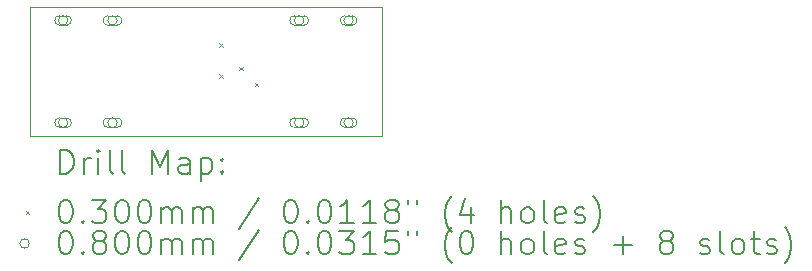
<source format=gbr>
%TF.GenerationSoftware,KiCad,Pcbnew,8.0.4*%
%TF.CreationDate,2024-12-01T16:30:58-06:00*%
%TF.ProjectId,SuzyQ,53757a79-512e-46b6-9963-61645f706362,1.0*%
%TF.SameCoordinates,Original*%
%TF.FileFunction,Drillmap*%
%TF.FilePolarity,Positive*%
%FSLAX45Y45*%
G04 Gerber Fmt 4.5, Leading zero omitted, Abs format (unit mm)*
G04 Created by KiCad (PCBNEW 8.0.4) date 2024-12-01 16:30:58*
%MOMM*%
%LPD*%
G01*
G04 APERTURE LIST*
%ADD10C,0.050000*%
%ADD11C,0.200000*%
%ADD12C,0.100000*%
G04 APERTURE END LIST*
D10*
X10900000Y-9300000D02*
X13879000Y-9300000D01*
X13879000Y-8200000D01*
X10900000Y-8200000D01*
X10900000Y-9300000D01*
D11*
D12*
X12505000Y-8510000D02*
X12535000Y-8540000D01*
X12535000Y-8510000D02*
X12505000Y-8540000D01*
X12505000Y-8775000D02*
X12535000Y-8805000D01*
X12535000Y-8775000D02*
X12505000Y-8805000D01*
X12675000Y-8710000D02*
X12705000Y-8740000D01*
X12705000Y-8710000D02*
X12675000Y-8740000D01*
X12805000Y-8845000D02*
X12835000Y-8875000D01*
X12835000Y-8845000D02*
X12805000Y-8875000D01*
X11223000Y-8317000D02*
G75*
G02*
X11143000Y-8317000I-40000J0D01*
G01*
X11143000Y-8317000D02*
G75*
G02*
X11223000Y-8317000I40000J0D01*
G01*
X11213000Y-8277000D02*
X11153000Y-8277000D01*
X11153000Y-8357000D02*
G75*
G02*
X11153000Y-8277000I0J40000D01*
G01*
X11153000Y-8357000D02*
X11213000Y-8357000D01*
X11213000Y-8357000D02*
G75*
G03*
X11213000Y-8277000I0J40000D01*
G01*
X11223000Y-9183000D02*
G75*
G02*
X11143000Y-9183000I-40000J0D01*
G01*
X11143000Y-9183000D02*
G75*
G02*
X11223000Y-9183000I40000J0D01*
G01*
X11213000Y-9143000D02*
X11153000Y-9143000D01*
X11153000Y-9223000D02*
G75*
G02*
X11153000Y-9143000I0J40000D01*
G01*
X11153000Y-9223000D02*
X11213000Y-9223000D01*
X11213000Y-9223000D02*
G75*
G03*
X11213000Y-9143000I0J40000D01*
G01*
X11641000Y-8317000D02*
G75*
G02*
X11561000Y-8317000I-40000J0D01*
G01*
X11561000Y-8317000D02*
G75*
G02*
X11641000Y-8317000I40000J0D01*
G01*
X11641001Y-8277000D02*
X11560999Y-8277000D01*
X11560999Y-8357000D02*
G75*
G02*
X11560999Y-8277000I0J40000D01*
G01*
X11560999Y-8357000D02*
X11641001Y-8357000D01*
X11641001Y-8357000D02*
G75*
G03*
X11641001Y-8277000I0J40000D01*
G01*
X11641000Y-9183000D02*
G75*
G02*
X11561000Y-9183000I-40000J0D01*
G01*
X11561000Y-9183000D02*
G75*
G02*
X11641000Y-9183000I40000J0D01*
G01*
X11640999Y-9143000D02*
X11561001Y-9143000D01*
X11561001Y-9223000D02*
G75*
G02*
X11561001Y-9143000I0J40000D01*
G01*
X11561001Y-9223000D02*
X11640999Y-9223000D01*
X11640999Y-9223000D02*
G75*
G03*
X11640999Y-9143000I0J40000D01*
G01*
X13222000Y-8317000D02*
G75*
G02*
X13142000Y-8317000I-40000J0D01*
G01*
X13142000Y-8317000D02*
G75*
G02*
X13222000Y-8317000I40000J0D01*
G01*
X13142001Y-8357000D02*
X13221999Y-8357000D01*
X13221999Y-8277000D02*
G75*
G02*
X13221999Y-8357000I0J-40000D01*
G01*
X13221999Y-8277000D02*
X13142001Y-8277000D01*
X13142001Y-8277000D02*
G75*
G03*
X13142001Y-8357000I0J-40000D01*
G01*
X13222000Y-9183000D02*
G75*
G02*
X13142000Y-9183000I-40000J0D01*
G01*
X13142000Y-9183000D02*
G75*
G02*
X13222000Y-9183000I40000J0D01*
G01*
X13141999Y-9223000D02*
X13222001Y-9223000D01*
X13222001Y-9143000D02*
G75*
G02*
X13222001Y-9223000I0J-40000D01*
G01*
X13222001Y-9143000D02*
X13141999Y-9143000D01*
X13141999Y-9143000D02*
G75*
G03*
X13141999Y-9223000I0J-40000D01*
G01*
X13640000Y-8317000D02*
G75*
G02*
X13560000Y-8317000I-40000J0D01*
G01*
X13560000Y-8317000D02*
G75*
G02*
X13640000Y-8317000I40000J0D01*
G01*
X13570000Y-8357000D02*
X13630000Y-8357000D01*
X13630000Y-8277000D02*
G75*
G02*
X13630000Y-8357000I0J-40000D01*
G01*
X13630000Y-8277000D02*
X13570000Y-8277000D01*
X13570000Y-8277000D02*
G75*
G03*
X13570000Y-8357000I0J-40000D01*
G01*
X13640000Y-9183000D02*
G75*
G02*
X13560000Y-9183000I-40000J0D01*
G01*
X13560000Y-9183000D02*
G75*
G02*
X13640000Y-9183000I40000J0D01*
G01*
X13570000Y-9223000D02*
X13630000Y-9223000D01*
X13630000Y-9143000D02*
G75*
G02*
X13630000Y-9223000I0J-40000D01*
G01*
X13630000Y-9143000D02*
X13570000Y-9143000D01*
X13570000Y-9143000D02*
G75*
G03*
X13570000Y-9223000I0J-40000D01*
G01*
D11*
X11158277Y-9613984D02*
X11158277Y-9413984D01*
X11158277Y-9413984D02*
X11205896Y-9413984D01*
X11205896Y-9413984D02*
X11234467Y-9423508D01*
X11234467Y-9423508D02*
X11253515Y-9442555D01*
X11253515Y-9442555D02*
X11263039Y-9461603D01*
X11263039Y-9461603D02*
X11272562Y-9499698D01*
X11272562Y-9499698D02*
X11272562Y-9528270D01*
X11272562Y-9528270D02*
X11263039Y-9566365D01*
X11263039Y-9566365D02*
X11253515Y-9585412D01*
X11253515Y-9585412D02*
X11234467Y-9604460D01*
X11234467Y-9604460D02*
X11205896Y-9613984D01*
X11205896Y-9613984D02*
X11158277Y-9613984D01*
X11358277Y-9613984D02*
X11358277Y-9480650D01*
X11358277Y-9518746D02*
X11367801Y-9499698D01*
X11367801Y-9499698D02*
X11377324Y-9490174D01*
X11377324Y-9490174D02*
X11396372Y-9480650D01*
X11396372Y-9480650D02*
X11415420Y-9480650D01*
X11482086Y-9613984D02*
X11482086Y-9480650D01*
X11482086Y-9413984D02*
X11472562Y-9423508D01*
X11472562Y-9423508D02*
X11482086Y-9433031D01*
X11482086Y-9433031D02*
X11491610Y-9423508D01*
X11491610Y-9423508D02*
X11482086Y-9413984D01*
X11482086Y-9413984D02*
X11482086Y-9433031D01*
X11605896Y-9613984D02*
X11586848Y-9604460D01*
X11586848Y-9604460D02*
X11577324Y-9585412D01*
X11577324Y-9585412D02*
X11577324Y-9413984D01*
X11710658Y-9613984D02*
X11691610Y-9604460D01*
X11691610Y-9604460D02*
X11682086Y-9585412D01*
X11682086Y-9585412D02*
X11682086Y-9413984D01*
X11939229Y-9613984D02*
X11939229Y-9413984D01*
X11939229Y-9413984D02*
X12005896Y-9556841D01*
X12005896Y-9556841D02*
X12072562Y-9413984D01*
X12072562Y-9413984D02*
X12072562Y-9613984D01*
X12253515Y-9613984D02*
X12253515Y-9509222D01*
X12253515Y-9509222D02*
X12243991Y-9490174D01*
X12243991Y-9490174D02*
X12224943Y-9480650D01*
X12224943Y-9480650D02*
X12186848Y-9480650D01*
X12186848Y-9480650D02*
X12167801Y-9490174D01*
X12253515Y-9604460D02*
X12234467Y-9613984D01*
X12234467Y-9613984D02*
X12186848Y-9613984D01*
X12186848Y-9613984D02*
X12167801Y-9604460D01*
X12167801Y-9604460D02*
X12158277Y-9585412D01*
X12158277Y-9585412D02*
X12158277Y-9566365D01*
X12158277Y-9566365D02*
X12167801Y-9547317D01*
X12167801Y-9547317D02*
X12186848Y-9537793D01*
X12186848Y-9537793D02*
X12234467Y-9537793D01*
X12234467Y-9537793D02*
X12253515Y-9528270D01*
X12348753Y-9480650D02*
X12348753Y-9680650D01*
X12348753Y-9490174D02*
X12367801Y-9480650D01*
X12367801Y-9480650D02*
X12405896Y-9480650D01*
X12405896Y-9480650D02*
X12424943Y-9490174D01*
X12424943Y-9490174D02*
X12434467Y-9499698D01*
X12434467Y-9499698D02*
X12443991Y-9518746D01*
X12443991Y-9518746D02*
X12443991Y-9575889D01*
X12443991Y-9575889D02*
X12434467Y-9594936D01*
X12434467Y-9594936D02*
X12424943Y-9604460D01*
X12424943Y-9604460D02*
X12405896Y-9613984D01*
X12405896Y-9613984D02*
X12367801Y-9613984D01*
X12367801Y-9613984D02*
X12348753Y-9604460D01*
X12529705Y-9594936D02*
X12539229Y-9604460D01*
X12539229Y-9604460D02*
X12529705Y-9613984D01*
X12529705Y-9613984D02*
X12520182Y-9604460D01*
X12520182Y-9604460D02*
X12529705Y-9594936D01*
X12529705Y-9594936D02*
X12529705Y-9613984D01*
X12529705Y-9490174D02*
X12539229Y-9499698D01*
X12539229Y-9499698D02*
X12529705Y-9509222D01*
X12529705Y-9509222D02*
X12520182Y-9499698D01*
X12520182Y-9499698D02*
X12529705Y-9490174D01*
X12529705Y-9490174D02*
X12529705Y-9509222D01*
D12*
X10867500Y-9927500D02*
X10897500Y-9957500D01*
X10897500Y-9927500D02*
X10867500Y-9957500D01*
D11*
X11196372Y-9833984D02*
X11215420Y-9833984D01*
X11215420Y-9833984D02*
X11234467Y-9843508D01*
X11234467Y-9843508D02*
X11243991Y-9853031D01*
X11243991Y-9853031D02*
X11253515Y-9872079D01*
X11253515Y-9872079D02*
X11263039Y-9910174D01*
X11263039Y-9910174D02*
X11263039Y-9957793D01*
X11263039Y-9957793D02*
X11253515Y-9995889D01*
X11253515Y-9995889D02*
X11243991Y-10014936D01*
X11243991Y-10014936D02*
X11234467Y-10024460D01*
X11234467Y-10024460D02*
X11215420Y-10033984D01*
X11215420Y-10033984D02*
X11196372Y-10033984D01*
X11196372Y-10033984D02*
X11177324Y-10024460D01*
X11177324Y-10024460D02*
X11167801Y-10014936D01*
X11167801Y-10014936D02*
X11158277Y-9995889D01*
X11158277Y-9995889D02*
X11148753Y-9957793D01*
X11148753Y-9957793D02*
X11148753Y-9910174D01*
X11148753Y-9910174D02*
X11158277Y-9872079D01*
X11158277Y-9872079D02*
X11167801Y-9853031D01*
X11167801Y-9853031D02*
X11177324Y-9843508D01*
X11177324Y-9843508D02*
X11196372Y-9833984D01*
X11348753Y-10014936D02*
X11358277Y-10024460D01*
X11358277Y-10024460D02*
X11348753Y-10033984D01*
X11348753Y-10033984D02*
X11339229Y-10024460D01*
X11339229Y-10024460D02*
X11348753Y-10014936D01*
X11348753Y-10014936D02*
X11348753Y-10033984D01*
X11424943Y-9833984D02*
X11548753Y-9833984D01*
X11548753Y-9833984D02*
X11482086Y-9910174D01*
X11482086Y-9910174D02*
X11510658Y-9910174D01*
X11510658Y-9910174D02*
X11529705Y-9919698D01*
X11529705Y-9919698D02*
X11539229Y-9929222D01*
X11539229Y-9929222D02*
X11548753Y-9948270D01*
X11548753Y-9948270D02*
X11548753Y-9995889D01*
X11548753Y-9995889D02*
X11539229Y-10014936D01*
X11539229Y-10014936D02*
X11529705Y-10024460D01*
X11529705Y-10024460D02*
X11510658Y-10033984D01*
X11510658Y-10033984D02*
X11453515Y-10033984D01*
X11453515Y-10033984D02*
X11434467Y-10024460D01*
X11434467Y-10024460D02*
X11424943Y-10014936D01*
X11672562Y-9833984D02*
X11691610Y-9833984D01*
X11691610Y-9833984D02*
X11710658Y-9843508D01*
X11710658Y-9843508D02*
X11720182Y-9853031D01*
X11720182Y-9853031D02*
X11729705Y-9872079D01*
X11729705Y-9872079D02*
X11739229Y-9910174D01*
X11739229Y-9910174D02*
X11739229Y-9957793D01*
X11739229Y-9957793D02*
X11729705Y-9995889D01*
X11729705Y-9995889D02*
X11720182Y-10014936D01*
X11720182Y-10014936D02*
X11710658Y-10024460D01*
X11710658Y-10024460D02*
X11691610Y-10033984D01*
X11691610Y-10033984D02*
X11672562Y-10033984D01*
X11672562Y-10033984D02*
X11653515Y-10024460D01*
X11653515Y-10024460D02*
X11643991Y-10014936D01*
X11643991Y-10014936D02*
X11634467Y-9995889D01*
X11634467Y-9995889D02*
X11624943Y-9957793D01*
X11624943Y-9957793D02*
X11624943Y-9910174D01*
X11624943Y-9910174D02*
X11634467Y-9872079D01*
X11634467Y-9872079D02*
X11643991Y-9853031D01*
X11643991Y-9853031D02*
X11653515Y-9843508D01*
X11653515Y-9843508D02*
X11672562Y-9833984D01*
X11863039Y-9833984D02*
X11882086Y-9833984D01*
X11882086Y-9833984D02*
X11901134Y-9843508D01*
X11901134Y-9843508D02*
X11910658Y-9853031D01*
X11910658Y-9853031D02*
X11920182Y-9872079D01*
X11920182Y-9872079D02*
X11929705Y-9910174D01*
X11929705Y-9910174D02*
X11929705Y-9957793D01*
X11929705Y-9957793D02*
X11920182Y-9995889D01*
X11920182Y-9995889D02*
X11910658Y-10014936D01*
X11910658Y-10014936D02*
X11901134Y-10024460D01*
X11901134Y-10024460D02*
X11882086Y-10033984D01*
X11882086Y-10033984D02*
X11863039Y-10033984D01*
X11863039Y-10033984D02*
X11843991Y-10024460D01*
X11843991Y-10024460D02*
X11834467Y-10014936D01*
X11834467Y-10014936D02*
X11824943Y-9995889D01*
X11824943Y-9995889D02*
X11815420Y-9957793D01*
X11815420Y-9957793D02*
X11815420Y-9910174D01*
X11815420Y-9910174D02*
X11824943Y-9872079D01*
X11824943Y-9872079D02*
X11834467Y-9853031D01*
X11834467Y-9853031D02*
X11843991Y-9843508D01*
X11843991Y-9843508D02*
X11863039Y-9833984D01*
X12015420Y-10033984D02*
X12015420Y-9900650D01*
X12015420Y-9919698D02*
X12024943Y-9910174D01*
X12024943Y-9910174D02*
X12043991Y-9900650D01*
X12043991Y-9900650D02*
X12072563Y-9900650D01*
X12072563Y-9900650D02*
X12091610Y-9910174D01*
X12091610Y-9910174D02*
X12101134Y-9929222D01*
X12101134Y-9929222D02*
X12101134Y-10033984D01*
X12101134Y-9929222D02*
X12110658Y-9910174D01*
X12110658Y-9910174D02*
X12129705Y-9900650D01*
X12129705Y-9900650D02*
X12158277Y-9900650D01*
X12158277Y-9900650D02*
X12177324Y-9910174D01*
X12177324Y-9910174D02*
X12186848Y-9929222D01*
X12186848Y-9929222D02*
X12186848Y-10033984D01*
X12282086Y-10033984D02*
X12282086Y-9900650D01*
X12282086Y-9919698D02*
X12291610Y-9910174D01*
X12291610Y-9910174D02*
X12310658Y-9900650D01*
X12310658Y-9900650D02*
X12339229Y-9900650D01*
X12339229Y-9900650D02*
X12358277Y-9910174D01*
X12358277Y-9910174D02*
X12367801Y-9929222D01*
X12367801Y-9929222D02*
X12367801Y-10033984D01*
X12367801Y-9929222D02*
X12377324Y-9910174D01*
X12377324Y-9910174D02*
X12396372Y-9900650D01*
X12396372Y-9900650D02*
X12424943Y-9900650D01*
X12424943Y-9900650D02*
X12443991Y-9910174D01*
X12443991Y-9910174D02*
X12453515Y-9929222D01*
X12453515Y-9929222D02*
X12453515Y-10033984D01*
X12843991Y-9824460D02*
X12672563Y-10081603D01*
X13101134Y-9833984D02*
X13120182Y-9833984D01*
X13120182Y-9833984D02*
X13139229Y-9843508D01*
X13139229Y-9843508D02*
X13148753Y-9853031D01*
X13148753Y-9853031D02*
X13158277Y-9872079D01*
X13158277Y-9872079D02*
X13167801Y-9910174D01*
X13167801Y-9910174D02*
X13167801Y-9957793D01*
X13167801Y-9957793D02*
X13158277Y-9995889D01*
X13158277Y-9995889D02*
X13148753Y-10014936D01*
X13148753Y-10014936D02*
X13139229Y-10024460D01*
X13139229Y-10024460D02*
X13120182Y-10033984D01*
X13120182Y-10033984D02*
X13101134Y-10033984D01*
X13101134Y-10033984D02*
X13082086Y-10024460D01*
X13082086Y-10024460D02*
X13072563Y-10014936D01*
X13072563Y-10014936D02*
X13063039Y-9995889D01*
X13063039Y-9995889D02*
X13053515Y-9957793D01*
X13053515Y-9957793D02*
X13053515Y-9910174D01*
X13053515Y-9910174D02*
X13063039Y-9872079D01*
X13063039Y-9872079D02*
X13072563Y-9853031D01*
X13072563Y-9853031D02*
X13082086Y-9843508D01*
X13082086Y-9843508D02*
X13101134Y-9833984D01*
X13253515Y-10014936D02*
X13263039Y-10024460D01*
X13263039Y-10024460D02*
X13253515Y-10033984D01*
X13253515Y-10033984D02*
X13243991Y-10024460D01*
X13243991Y-10024460D02*
X13253515Y-10014936D01*
X13253515Y-10014936D02*
X13253515Y-10033984D01*
X13386848Y-9833984D02*
X13405896Y-9833984D01*
X13405896Y-9833984D02*
X13424944Y-9843508D01*
X13424944Y-9843508D02*
X13434467Y-9853031D01*
X13434467Y-9853031D02*
X13443991Y-9872079D01*
X13443991Y-9872079D02*
X13453515Y-9910174D01*
X13453515Y-9910174D02*
X13453515Y-9957793D01*
X13453515Y-9957793D02*
X13443991Y-9995889D01*
X13443991Y-9995889D02*
X13434467Y-10014936D01*
X13434467Y-10014936D02*
X13424944Y-10024460D01*
X13424944Y-10024460D02*
X13405896Y-10033984D01*
X13405896Y-10033984D02*
X13386848Y-10033984D01*
X13386848Y-10033984D02*
X13367801Y-10024460D01*
X13367801Y-10024460D02*
X13358277Y-10014936D01*
X13358277Y-10014936D02*
X13348753Y-9995889D01*
X13348753Y-9995889D02*
X13339229Y-9957793D01*
X13339229Y-9957793D02*
X13339229Y-9910174D01*
X13339229Y-9910174D02*
X13348753Y-9872079D01*
X13348753Y-9872079D02*
X13358277Y-9853031D01*
X13358277Y-9853031D02*
X13367801Y-9843508D01*
X13367801Y-9843508D02*
X13386848Y-9833984D01*
X13643991Y-10033984D02*
X13529706Y-10033984D01*
X13586848Y-10033984D02*
X13586848Y-9833984D01*
X13586848Y-9833984D02*
X13567801Y-9862555D01*
X13567801Y-9862555D02*
X13548753Y-9881603D01*
X13548753Y-9881603D02*
X13529706Y-9891127D01*
X13834467Y-10033984D02*
X13720182Y-10033984D01*
X13777325Y-10033984D02*
X13777325Y-9833984D01*
X13777325Y-9833984D02*
X13758277Y-9862555D01*
X13758277Y-9862555D02*
X13739229Y-9881603D01*
X13739229Y-9881603D02*
X13720182Y-9891127D01*
X13948753Y-9919698D02*
X13929706Y-9910174D01*
X13929706Y-9910174D02*
X13920182Y-9900650D01*
X13920182Y-9900650D02*
X13910658Y-9881603D01*
X13910658Y-9881603D02*
X13910658Y-9872079D01*
X13910658Y-9872079D02*
X13920182Y-9853031D01*
X13920182Y-9853031D02*
X13929706Y-9843508D01*
X13929706Y-9843508D02*
X13948753Y-9833984D01*
X13948753Y-9833984D02*
X13986848Y-9833984D01*
X13986848Y-9833984D02*
X14005896Y-9843508D01*
X14005896Y-9843508D02*
X14015420Y-9853031D01*
X14015420Y-9853031D02*
X14024944Y-9872079D01*
X14024944Y-9872079D02*
X14024944Y-9881603D01*
X14024944Y-9881603D02*
X14015420Y-9900650D01*
X14015420Y-9900650D02*
X14005896Y-9910174D01*
X14005896Y-9910174D02*
X13986848Y-9919698D01*
X13986848Y-9919698D02*
X13948753Y-9919698D01*
X13948753Y-9919698D02*
X13929706Y-9929222D01*
X13929706Y-9929222D02*
X13920182Y-9938746D01*
X13920182Y-9938746D02*
X13910658Y-9957793D01*
X13910658Y-9957793D02*
X13910658Y-9995889D01*
X13910658Y-9995889D02*
X13920182Y-10014936D01*
X13920182Y-10014936D02*
X13929706Y-10024460D01*
X13929706Y-10024460D02*
X13948753Y-10033984D01*
X13948753Y-10033984D02*
X13986848Y-10033984D01*
X13986848Y-10033984D02*
X14005896Y-10024460D01*
X14005896Y-10024460D02*
X14015420Y-10014936D01*
X14015420Y-10014936D02*
X14024944Y-9995889D01*
X14024944Y-9995889D02*
X14024944Y-9957793D01*
X14024944Y-9957793D02*
X14015420Y-9938746D01*
X14015420Y-9938746D02*
X14005896Y-9929222D01*
X14005896Y-9929222D02*
X13986848Y-9919698D01*
X14101134Y-9833984D02*
X14101134Y-9872079D01*
X14177325Y-9833984D02*
X14177325Y-9872079D01*
X14472563Y-10110174D02*
X14463039Y-10100650D01*
X14463039Y-10100650D02*
X14443991Y-10072079D01*
X14443991Y-10072079D02*
X14434468Y-10053031D01*
X14434468Y-10053031D02*
X14424944Y-10024460D01*
X14424944Y-10024460D02*
X14415420Y-9976841D01*
X14415420Y-9976841D02*
X14415420Y-9938746D01*
X14415420Y-9938746D02*
X14424944Y-9891127D01*
X14424944Y-9891127D02*
X14434468Y-9862555D01*
X14434468Y-9862555D02*
X14443991Y-9843508D01*
X14443991Y-9843508D02*
X14463039Y-9814936D01*
X14463039Y-9814936D02*
X14472563Y-9805412D01*
X14634468Y-9900650D02*
X14634468Y-10033984D01*
X14586848Y-9824460D02*
X14539229Y-9967317D01*
X14539229Y-9967317D02*
X14663039Y-9967317D01*
X14891610Y-10033984D02*
X14891610Y-9833984D01*
X14977325Y-10033984D02*
X14977325Y-9929222D01*
X14977325Y-9929222D02*
X14967801Y-9910174D01*
X14967801Y-9910174D02*
X14948753Y-9900650D01*
X14948753Y-9900650D02*
X14920182Y-9900650D01*
X14920182Y-9900650D02*
X14901134Y-9910174D01*
X14901134Y-9910174D02*
X14891610Y-9919698D01*
X15101134Y-10033984D02*
X15082087Y-10024460D01*
X15082087Y-10024460D02*
X15072563Y-10014936D01*
X15072563Y-10014936D02*
X15063039Y-9995889D01*
X15063039Y-9995889D02*
X15063039Y-9938746D01*
X15063039Y-9938746D02*
X15072563Y-9919698D01*
X15072563Y-9919698D02*
X15082087Y-9910174D01*
X15082087Y-9910174D02*
X15101134Y-9900650D01*
X15101134Y-9900650D02*
X15129706Y-9900650D01*
X15129706Y-9900650D02*
X15148753Y-9910174D01*
X15148753Y-9910174D02*
X15158277Y-9919698D01*
X15158277Y-9919698D02*
X15167801Y-9938746D01*
X15167801Y-9938746D02*
X15167801Y-9995889D01*
X15167801Y-9995889D02*
X15158277Y-10014936D01*
X15158277Y-10014936D02*
X15148753Y-10024460D01*
X15148753Y-10024460D02*
X15129706Y-10033984D01*
X15129706Y-10033984D02*
X15101134Y-10033984D01*
X15282087Y-10033984D02*
X15263039Y-10024460D01*
X15263039Y-10024460D02*
X15253515Y-10005412D01*
X15253515Y-10005412D02*
X15253515Y-9833984D01*
X15434468Y-10024460D02*
X15415420Y-10033984D01*
X15415420Y-10033984D02*
X15377325Y-10033984D01*
X15377325Y-10033984D02*
X15358277Y-10024460D01*
X15358277Y-10024460D02*
X15348753Y-10005412D01*
X15348753Y-10005412D02*
X15348753Y-9929222D01*
X15348753Y-9929222D02*
X15358277Y-9910174D01*
X15358277Y-9910174D02*
X15377325Y-9900650D01*
X15377325Y-9900650D02*
X15415420Y-9900650D01*
X15415420Y-9900650D02*
X15434468Y-9910174D01*
X15434468Y-9910174D02*
X15443991Y-9929222D01*
X15443991Y-9929222D02*
X15443991Y-9948270D01*
X15443991Y-9948270D02*
X15348753Y-9967317D01*
X15520182Y-10024460D02*
X15539230Y-10033984D01*
X15539230Y-10033984D02*
X15577325Y-10033984D01*
X15577325Y-10033984D02*
X15596372Y-10024460D01*
X15596372Y-10024460D02*
X15605896Y-10005412D01*
X15605896Y-10005412D02*
X15605896Y-9995889D01*
X15605896Y-9995889D02*
X15596372Y-9976841D01*
X15596372Y-9976841D02*
X15577325Y-9967317D01*
X15577325Y-9967317D02*
X15548753Y-9967317D01*
X15548753Y-9967317D02*
X15529706Y-9957793D01*
X15529706Y-9957793D02*
X15520182Y-9938746D01*
X15520182Y-9938746D02*
X15520182Y-9929222D01*
X15520182Y-9929222D02*
X15529706Y-9910174D01*
X15529706Y-9910174D02*
X15548753Y-9900650D01*
X15548753Y-9900650D02*
X15577325Y-9900650D01*
X15577325Y-9900650D02*
X15596372Y-9910174D01*
X15672563Y-10110174D02*
X15682087Y-10100650D01*
X15682087Y-10100650D02*
X15701134Y-10072079D01*
X15701134Y-10072079D02*
X15710658Y-10053031D01*
X15710658Y-10053031D02*
X15720182Y-10024460D01*
X15720182Y-10024460D02*
X15729706Y-9976841D01*
X15729706Y-9976841D02*
X15729706Y-9938746D01*
X15729706Y-9938746D02*
X15720182Y-9891127D01*
X15720182Y-9891127D02*
X15710658Y-9862555D01*
X15710658Y-9862555D02*
X15701134Y-9843508D01*
X15701134Y-9843508D02*
X15682087Y-9814936D01*
X15682087Y-9814936D02*
X15672563Y-9805412D01*
D12*
X10897500Y-10206500D02*
G75*
G02*
X10817500Y-10206500I-40000J0D01*
G01*
X10817500Y-10206500D02*
G75*
G02*
X10897500Y-10206500I40000J0D01*
G01*
D11*
X11196372Y-10097984D02*
X11215420Y-10097984D01*
X11215420Y-10097984D02*
X11234467Y-10107508D01*
X11234467Y-10107508D02*
X11243991Y-10117031D01*
X11243991Y-10117031D02*
X11253515Y-10136079D01*
X11253515Y-10136079D02*
X11263039Y-10174174D01*
X11263039Y-10174174D02*
X11263039Y-10221793D01*
X11263039Y-10221793D02*
X11253515Y-10259889D01*
X11253515Y-10259889D02*
X11243991Y-10278936D01*
X11243991Y-10278936D02*
X11234467Y-10288460D01*
X11234467Y-10288460D02*
X11215420Y-10297984D01*
X11215420Y-10297984D02*
X11196372Y-10297984D01*
X11196372Y-10297984D02*
X11177324Y-10288460D01*
X11177324Y-10288460D02*
X11167801Y-10278936D01*
X11167801Y-10278936D02*
X11158277Y-10259889D01*
X11158277Y-10259889D02*
X11148753Y-10221793D01*
X11148753Y-10221793D02*
X11148753Y-10174174D01*
X11148753Y-10174174D02*
X11158277Y-10136079D01*
X11158277Y-10136079D02*
X11167801Y-10117031D01*
X11167801Y-10117031D02*
X11177324Y-10107508D01*
X11177324Y-10107508D02*
X11196372Y-10097984D01*
X11348753Y-10278936D02*
X11358277Y-10288460D01*
X11358277Y-10288460D02*
X11348753Y-10297984D01*
X11348753Y-10297984D02*
X11339229Y-10288460D01*
X11339229Y-10288460D02*
X11348753Y-10278936D01*
X11348753Y-10278936D02*
X11348753Y-10297984D01*
X11472562Y-10183698D02*
X11453515Y-10174174D01*
X11453515Y-10174174D02*
X11443991Y-10164650D01*
X11443991Y-10164650D02*
X11434467Y-10145603D01*
X11434467Y-10145603D02*
X11434467Y-10136079D01*
X11434467Y-10136079D02*
X11443991Y-10117031D01*
X11443991Y-10117031D02*
X11453515Y-10107508D01*
X11453515Y-10107508D02*
X11472562Y-10097984D01*
X11472562Y-10097984D02*
X11510658Y-10097984D01*
X11510658Y-10097984D02*
X11529705Y-10107508D01*
X11529705Y-10107508D02*
X11539229Y-10117031D01*
X11539229Y-10117031D02*
X11548753Y-10136079D01*
X11548753Y-10136079D02*
X11548753Y-10145603D01*
X11548753Y-10145603D02*
X11539229Y-10164650D01*
X11539229Y-10164650D02*
X11529705Y-10174174D01*
X11529705Y-10174174D02*
X11510658Y-10183698D01*
X11510658Y-10183698D02*
X11472562Y-10183698D01*
X11472562Y-10183698D02*
X11453515Y-10193222D01*
X11453515Y-10193222D02*
X11443991Y-10202746D01*
X11443991Y-10202746D02*
X11434467Y-10221793D01*
X11434467Y-10221793D02*
X11434467Y-10259889D01*
X11434467Y-10259889D02*
X11443991Y-10278936D01*
X11443991Y-10278936D02*
X11453515Y-10288460D01*
X11453515Y-10288460D02*
X11472562Y-10297984D01*
X11472562Y-10297984D02*
X11510658Y-10297984D01*
X11510658Y-10297984D02*
X11529705Y-10288460D01*
X11529705Y-10288460D02*
X11539229Y-10278936D01*
X11539229Y-10278936D02*
X11548753Y-10259889D01*
X11548753Y-10259889D02*
X11548753Y-10221793D01*
X11548753Y-10221793D02*
X11539229Y-10202746D01*
X11539229Y-10202746D02*
X11529705Y-10193222D01*
X11529705Y-10193222D02*
X11510658Y-10183698D01*
X11672562Y-10097984D02*
X11691610Y-10097984D01*
X11691610Y-10097984D02*
X11710658Y-10107508D01*
X11710658Y-10107508D02*
X11720182Y-10117031D01*
X11720182Y-10117031D02*
X11729705Y-10136079D01*
X11729705Y-10136079D02*
X11739229Y-10174174D01*
X11739229Y-10174174D02*
X11739229Y-10221793D01*
X11739229Y-10221793D02*
X11729705Y-10259889D01*
X11729705Y-10259889D02*
X11720182Y-10278936D01*
X11720182Y-10278936D02*
X11710658Y-10288460D01*
X11710658Y-10288460D02*
X11691610Y-10297984D01*
X11691610Y-10297984D02*
X11672562Y-10297984D01*
X11672562Y-10297984D02*
X11653515Y-10288460D01*
X11653515Y-10288460D02*
X11643991Y-10278936D01*
X11643991Y-10278936D02*
X11634467Y-10259889D01*
X11634467Y-10259889D02*
X11624943Y-10221793D01*
X11624943Y-10221793D02*
X11624943Y-10174174D01*
X11624943Y-10174174D02*
X11634467Y-10136079D01*
X11634467Y-10136079D02*
X11643991Y-10117031D01*
X11643991Y-10117031D02*
X11653515Y-10107508D01*
X11653515Y-10107508D02*
X11672562Y-10097984D01*
X11863039Y-10097984D02*
X11882086Y-10097984D01*
X11882086Y-10097984D02*
X11901134Y-10107508D01*
X11901134Y-10107508D02*
X11910658Y-10117031D01*
X11910658Y-10117031D02*
X11920182Y-10136079D01*
X11920182Y-10136079D02*
X11929705Y-10174174D01*
X11929705Y-10174174D02*
X11929705Y-10221793D01*
X11929705Y-10221793D02*
X11920182Y-10259889D01*
X11920182Y-10259889D02*
X11910658Y-10278936D01*
X11910658Y-10278936D02*
X11901134Y-10288460D01*
X11901134Y-10288460D02*
X11882086Y-10297984D01*
X11882086Y-10297984D02*
X11863039Y-10297984D01*
X11863039Y-10297984D02*
X11843991Y-10288460D01*
X11843991Y-10288460D02*
X11834467Y-10278936D01*
X11834467Y-10278936D02*
X11824943Y-10259889D01*
X11824943Y-10259889D02*
X11815420Y-10221793D01*
X11815420Y-10221793D02*
X11815420Y-10174174D01*
X11815420Y-10174174D02*
X11824943Y-10136079D01*
X11824943Y-10136079D02*
X11834467Y-10117031D01*
X11834467Y-10117031D02*
X11843991Y-10107508D01*
X11843991Y-10107508D02*
X11863039Y-10097984D01*
X12015420Y-10297984D02*
X12015420Y-10164650D01*
X12015420Y-10183698D02*
X12024943Y-10174174D01*
X12024943Y-10174174D02*
X12043991Y-10164650D01*
X12043991Y-10164650D02*
X12072563Y-10164650D01*
X12072563Y-10164650D02*
X12091610Y-10174174D01*
X12091610Y-10174174D02*
X12101134Y-10193222D01*
X12101134Y-10193222D02*
X12101134Y-10297984D01*
X12101134Y-10193222D02*
X12110658Y-10174174D01*
X12110658Y-10174174D02*
X12129705Y-10164650D01*
X12129705Y-10164650D02*
X12158277Y-10164650D01*
X12158277Y-10164650D02*
X12177324Y-10174174D01*
X12177324Y-10174174D02*
X12186848Y-10193222D01*
X12186848Y-10193222D02*
X12186848Y-10297984D01*
X12282086Y-10297984D02*
X12282086Y-10164650D01*
X12282086Y-10183698D02*
X12291610Y-10174174D01*
X12291610Y-10174174D02*
X12310658Y-10164650D01*
X12310658Y-10164650D02*
X12339229Y-10164650D01*
X12339229Y-10164650D02*
X12358277Y-10174174D01*
X12358277Y-10174174D02*
X12367801Y-10193222D01*
X12367801Y-10193222D02*
X12367801Y-10297984D01*
X12367801Y-10193222D02*
X12377324Y-10174174D01*
X12377324Y-10174174D02*
X12396372Y-10164650D01*
X12396372Y-10164650D02*
X12424943Y-10164650D01*
X12424943Y-10164650D02*
X12443991Y-10174174D01*
X12443991Y-10174174D02*
X12453515Y-10193222D01*
X12453515Y-10193222D02*
X12453515Y-10297984D01*
X12843991Y-10088460D02*
X12672563Y-10345603D01*
X13101134Y-10097984D02*
X13120182Y-10097984D01*
X13120182Y-10097984D02*
X13139229Y-10107508D01*
X13139229Y-10107508D02*
X13148753Y-10117031D01*
X13148753Y-10117031D02*
X13158277Y-10136079D01*
X13158277Y-10136079D02*
X13167801Y-10174174D01*
X13167801Y-10174174D02*
X13167801Y-10221793D01*
X13167801Y-10221793D02*
X13158277Y-10259889D01*
X13158277Y-10259889D02*
X13148753Y-10278936D01*
X13148753Y-10278936D02*
X13139229Y-10288460D01*
X13139229Y-10288460D02*
X13120182Y-10297984D01*
X13120182Y-10297984D02*
X13101134Y-10297984D01*
X13101134Y-10297984D02*
X13082086Y-10288460D01*
X13082086Y-10288460D02*
X13072563Y-10278936D01*
X13072563Y-10278936D02*
X13063039Y-10259889D01*
X13063039Y-10259889D02*
X13053515Y-10221793D01*
X13053515Y-10221793D02*
X13053515Y-10174174D01*
X13053515Y-10174174D02*
X13063039Y-10136079D01*
X13063039Y-10136079D02*
X13072563Y-10117031D01*
X13072563Y-10117031D02*
X13082086Y-10107508D01*
X13082086Y-10107508D02*
X13101134Y-10097984D01*
X13253515Y-10278936D02*
X13263039Y-10288460D01*
X13263039Y-10288460D02*
X13253515Y-10297984D01*
X13253515Y-10297984D02*
X13243991Y-10288460D01*
X13243991Y-10288460D02*
X13253515Y-10278936D01*
X13253515Y-10278936D02*
X13253515Y-10297984D01*
X13386848Y-10097984D02*
X13405896Y-10097984D01*
X13405896Y-10097984D02*
X13424944Y-10107508D01*
X13424944Y-10107508D02*
X13434467Y-10117031D01*
X13434467Y-10117031D02*
X13443991Y-10136079D01*
X13443991Y-10136079D02*
X13453515Y-10174174D01*
X13453515Y-10174174D02*
X13453515Y-10221793D01*
X13453515Y-10221793D02*
X13443991Y-10259889D01*
X13443991Y-10259889D02*
X13434467Y-10278936D01*
X13434467Y-10278936D02*
X13424944Y-10288460D01*
X13424944Y-10288460D02*
X13405896Y-10297984D01*
X13405896Y-10297984D02*
X13386848Y-10297984D01*
X13386848Y-10297984D02*
X13367801Y-10288460D01*
X13367801Y-10288460D02*
X13358277Y-10278936D01*
X13358277Y-10278936D02*
X13348753Y-10259889D01*
X13348753Y-10259889D02*
X13339229Y-10221793D01*
X13339229Y-10221793D02*
X13339229Y-10174174D01*
X13339229Y-10174174D02*
X13348753Y-10136079D01*
X13348753Y-10136079D02*
X13358277Y-10117031D01*
X13358277Y-10117031D02*
X13367801Y-10107508D01*
X13367801Y-10107508D02*
X13386848Y-10097984D01*
X13520182Y-10097984D02*
X13643991Y-10097984D01*
X13643991Y-10097984D02*
X13577325Y-10174174D01*
X13577325Y-10174174D02*
X13605896Y-10174174D01*
X13605896Y-10174174D02*
X13624944Y-10183698D01*
X13624944Y-10183698D02*
X13634467Y-10193222D01*
X13634467Y-10193222D02*
X13643991Y-10212270D01*
X13643991Y-10212270D02*
X13643991Y-10259889D01*
X13643991Y-10259889D02*
X13634467Y-10278936D01*
X13634467Y-10278936D02*
X13624944Y-10288460D01*
X13624944Y-10288460D02*
X13605896Y-10297984D01*
X13605896Y-10297984D02*
X13548753Y-10297984D01*
X13548753Y-10297984D02*
X13529706Y-10288460D01*
X13529706Y-10288460D02*
X13520182Y-10278936D01*
X13834467Y-10297984D02*
X13720182Y-10297984D01*
X13777325Y-10297984D02*
X13777325Y-10097984D01*
X13777325Y-10097984D02*
X13758277Y-10126555D01*
X13758277Y-10126555D02*
X13739229Y-10145603D01*
X13739229Y-10145603D02*
X13720182Y-10155127D01*
X14015420Y-10097984D02*
X13920182Y-10097984D01*
X13920182Y-10097984D02*
X13910658Y-10193222D01*
X13910658Y-10193222D02*
X13920182Y-10183698D01*
X13920182Y-10183698D02*
X13939229Y-10174174D01*
X13939229Y-10174174D02*
X13986848Y-10174174D01*
X13986848Y-10174174D02*
X14005896Y-10183698D01*
X14005896Y-10183698D02*
X14015420Y-10193222D01*
X14015420Y-10193222D02*
X14024944Y-10212270D01*
X14024944Y-10212270D02*
X14024944Y-10259889D01*
X14024944Y-10259889D02*
X14015420Y-10278936D01*
X14015420Y-10278936D02*
X14005896Y-10288460D01*
X14005896Y-10288460D02*
X13986848Y-10297984D01*
X13986848Y-10297984D02*
X13939229Y-10297984D01*
X13939229Y-10297984D02*
X13920182Y-10288460D01*
X13920182Y-10288460D02*
X13910658Y-10278936D01*
X14101134Y-10097984D02*
X14101134Y-10136079D01*
X14177325Y-10097984D02*
X14177325Y-10136079D01*
X14472563Y-10374174D02*
X14463039Y-10364650D01*
X14463039Y-10364650D02*
X14443991Y-10336079D01*
X14443991Y-10336079D02*
X14434468Y-10317031D01*
X14434468Y-10317031D02*
X14424944Y-10288460D01*
X14424944Y-10288460D02*
X14415420Y-10240841D01*
X14415420Y-10240841D02*
X14415420Y-10202746D01*
X14415420Y-10202746D02*
X14424944Y-10155127D01*
X14424944Y-10155127D02*
X14434468Y-10126555D01*
X14434468Y-10126555D02*
X14443991Y-10107508D01*
X14443991Y-10107508D02*
X14463039Y-10078936D01*
X14463039Y-10078936D02*
X14472563Y-10069412D01*
X14586848Y-10097984D02*
X14605896Y-10097984D01*
X14605896Y-10097984D02*
X14624944Y-10107508D01*
X14624944Y-10107508D02*
X14634468Y-10117031D01*
X14634468Y-10117031D02*
X14643991Y-10136079D01*
X14643991Y-10136079D02*
X14653515Y-10174174D01*
X14653515Y-10174174D02*
X14653515Y-10221793D01*
X14653515Y-10221793D02*
X14643991Y-10259889D01*
X14643991Y-10259889D02*
X14634468Y-10278936D01*
X14634468Y-10278936D02*
X14624944Y-10288460D01*
X14624944Y-10288460D02*
X14605896Y-10297984D01*
X14605896Y-10297984D02*
X14586848Y-10297984D01*
X14586848Y-10297984D02*
X14567801Y-10288460D01*
X14567801Y-10288460D02*
X14558277Y-10278936D01*
X14558277Y-10278936D02*
X14548753Y-10259889D01*
X14548753Y-10259889D02*
X14539229Y-10221793D01*
X14539229Y-10221793D02*
X14539229Y-10174174D01*
X14539229Y-10174174D02*
X14548753Y-10136079D01*
X14548753Y-10136079D02*
X14558277Y-10117031D01*
X14558277Y-10117031D02*
X14567801Y-10107508D01*
X14567801Y-10107508D02*
X14586848Y-10097984D01*
X14891610Y-10297984D02*
X14891610Y-10097984D01*
X14977325Y-10297984D02*
X14977325Y-10193222D01*
X14977325Y-10193222D02*
X14967801Y-10174174D01*
X14967801Y-10174174D02*
X14948753Y-10164650D01*
X14948753Y-10164650D02*
X14920182Y-10164650D01*
X14920182Y-10164650D02*
X14901134Y-10174174D01*
X14901134Y-10174174D02*
X14891610Y-10183698D01*
X15101134Y-10297984D02*
X15082087Y-10288460D01*
X15082087Y-10288460D02*
X15072563Y-10278936D01*
X15072563Y-10278936D02*
X15063039Y-10259889D01*
X15063039Y-10259889D02*
X15063039Y-10202746D01*
X15063039Y-10202746D02*
X15072563Y-10183698D01*
X15072563Y-10183698D02*
X15082087Y-10174174D01*
X15082087Y-10174174D02*
X15101134Y-10164650D01*
X15101134Y-10164650D02*
X15129706Y-10164650D01*
X15129706Y-10164650D02*
X15148753Y-10174174D01*
X15148753Y-10174174D02*
X15158277Y-10183698D01*
X15158277Y-10183698D02*
X15167801Y-10202746D01*
X15167801Y-10202746D02*
X15167801Y-10259889D01*
X15167801Y-10259889D02*
X15158277Y-10278936D01*
X15158277Y-10278936D02*
X15148753Y-10288460D01*
X15148753Y-10288460D02*
X15129706Y-10297984D01*
X15129706Y-10297984D02*
X15101134Y-10297984D01*
X15282087Y-10297984D02*
X15263039Y-10288460D01*
X15263039Y-10288460D02*
X15253515Y-10269412D01*
X15253515Y-10269412D02*
X15253515Y-10097984D01*
X15434468Y-10288460D02*
X15415420Y-10297984D01*
X15415420Y-10297984D02*
X15377325Y-10297984D01*
X15377325Y-10297984D02*
X15358277Y-10288460D01*
X15358277Y-10288460D02*
X15348753Y-10269412D01*
X15348753Y-10269412D02*
X15348753Y-10193222D01*
X15348753Y-10193222D02*
X15358277Y-10174174D01*
X15358277Y-10174174D02*
X15377325Y-10164650D01*
X15377325Y-10164650D02*
X15415420Y-10164650D01*
X15415420Y-10164650D02*
X15434468Y-10174174D01*
X15434468Y-10174174D02*
X15443991Y-10193222D01*
X15443991Y-10193222D02*
X15443991Y-10212270D01*
X15443991Y-10212270D02*
X15348753Y-10231317D01*
X15520182Y-10288460D02*
X15539230Y-10297984D01*
X15539230Y-10297984D02*
X15577325Y-10297984D01*
X15577325Y-10297984D02*
X15596372Y-10288460D01*
X15596372Y-10288460D02*
X15605896Y-10269412D01*
X15605896Y-10269412D02*
X15605896Y-10259889D01*
X15605896Y-10259889D02*
X15596372Y-10240841D01*
X15596372Y-10240841D02*
X15577325Y-10231317D01*
X15577325Y-10231317D02*
X15548753Y-10231317D01*
X15548753Y-10231317D02*
X15529706Y-10221793D01*
X15529706Y-10221793D02*
X15520182Y-10202746D01*
X15520182Y-10202746D02*
X15520182Y-10193222D01*
X15520182Y-10193222D02*
X15529706Y-10174174D01*
X15529706Y-10174174D02*
X15548753Y-10164650D01*
X15548753Y-10164650D02*
X15577325Y-10164650D01*
X15577325Y-10164650D02*
X15596372Y-10174174D01*
X15843992Y-10221793D02*
X15996373Y-10221793D01*
X15920182Y-10297984D02*
X15920182Y-10145603D01*
X16272563Y-10183698D02*
X16253515Y-10174174D01*
X16253515Y-10174174D02*
X16243992Y-10164650D01*
X16243992Y-10164650D02*
X16234468Y-10145603D01*
X16234468Y-10145603D02*
X16234468Y-10136079D01*
X16234468Y-10136079D02*
X16243992Y-10117031D01*
X16243992Y-10117031D02*
X16253515Y-10107508D01*
X16253515Y-10107508D02*
X16272563Y-10097984D01*
X16272563Y-10097984D02*
X16310658Y-10097984D01*
X16310658Y-10097984D02*
X16329706Y-10107508D01*
X16329706Y-10107508D02*
X16339230Y-10117031D01*
X16339230Y-10117031D02*
X16348753Y-10136079D01*
X16348753Y-10136079D02*
X16348753Y-10145603D01*
X16348753Y-10145603D02*
X16339230Y-10164650D01*
X16339230Y-10164650D02*
X16329706Y-10174174D01*
X16329706Y-10174174D02*
X16310658Y-10183698D01*
X16310658Y-10183698D02*
X16272563Y-10183698D01*
X16272563Y-10183698D02*
X16253515Y-10193222D01*
X16253515Y-10193222D02*
X16243992Y-10202746D01*
X16243992Y-10202746D02*
X16234468Y-10221793D01*
X16234468Y-10221793D02*
X16234468Y-10259889D01*
X16234468Y-10259889D02*
X16243992Y-10278936D01*
X16243992Y-10278936D02*
X16253515Y-10288460D01*
X16253515Y-10288460D02*
X16272563Y-10297984D01*
X16272563Y-10297984D02*
X16310658Y-10297984D01*
X16310658Y-10297984D02*
X16329706Y-10288460D01*
X16329706Y-10288460D02*
X16339230Y-10278936D01*
X16339230Y-10278936D02*
X16348753Y-10259889D01*
X16348753Y-10259889D02*
X16348753Y-10221793D01*
X16348753Y-10221793D02*
X16339230Y-10202746D01*
X16339230Y-10202746D02*
X16329706Y-10193222D01*
X16329706Y-10193222D02*
X16310658Y-10183698D01*
X16577325Y-10288460D02*
X16596373Y-10297984D01*
X16596373Y-10297984D02*
X16634468Y-10297984D01*
X16634468Y-10297984D02*
X16653515Y-10288460D01*
X16653515Y-10288460D02*
X16663039Y-10269412D01*
X16663039Y-10269412D02*
X16663039Y-10259889D01*
X16663039Y-10259889D02*
X16653515Y-10240841D01*
X16653515Y-10240841D02*
X16634468Y-10231317D01*
X16634468Y-10231317D02*
X16605896Y-10231317D01*
X16605896Y-10231317D02*
X16586849Y-10221793D01*
X16586849Y-10221793D02*
X16577325Y-10202746D01*
X16577325Y-10202746D02*
X16577325Y-10193222D01*
X16577325Y-10193222D02*
X16586849Y-10174174D01*
X16586849Y-10174174D02*
X16605896Y-10164650D01*
X16605896Y-10164650D02*
X16634468Y-10164650D01*
X16634468Y-10164650D02*
X16653515Y-10174174D01*
X16777325Y-10297984D02*
X16758277Y-10288460D01*
X16758277Y-10288460D02*
X16748754Y-10269412D01*
X16748754Y-10269412D02*
X16748754Y-10097984D01*
X16882087Y-10297984D02*
X16863039Y-10288460D01*
X16863039Y-10288460D02*
X16853516Y-10278936D01*
X16853516Y-10278936D02*
X16843992Y-10259889D01*
X16843992Y-10259889D02*
X16843992Y-10202746D01*
X16843992Y-10202746D02*
X16853516Y-10183698D01*
X16853516Y-10183698D02*
X16863039Y-10174174D01*
X16863039Y-10174174D02*
X16882087Y-10164650D01*
X16882087Y-10164650D02*
X16910658Y-10164650D01*
X16910658Y-10164650D02*
X16929706Y-10174174D01*
X16929706Y-10174174D02*
X16939230Y-10183698D01*
X16939230Y-10183698D02*
X16948754Y-10202746D01*
X16948754Y-10202746D02*
X16948754Y-10259889D01*
X16948754Y-10259889D02*
X16939230Y-10278936D01*
X16939230Y-10278936D02*
X16929706Y-10288460D01*
X16929706Y-10288460D02*
X16910658Y-10297984D01*
X16910658Y-10297984D02*
X16882087Y-10297984D01*
X17005897Y-10164650D02*
X17082087Y-10164650D01*
X17034468Y-10097984D02*
X17034468Y-10269412D01*
X17034468Y-10269412D02*
X17043992Y-10288460D01*
X17043992Y-10288460D02*
X17063039Y-10297984D01*
X17063039Y-10297984D02*
X17082087Y-10297984D01*
X17139230Y-10288460D02*
X17158277Y-10297984D01*
X17158277Y-10297984D02*
X17196373Y-10297984D01*
X17196373Y-10297984D02*
X17215420Y-10288460D01*
X17215420Y-10288460D02*
X17224944Y-10269412D01*
X17224944Y-10269412D02*
X17224944Y-10259889D01*
X17224944Y-10259889D02*
X17215420Y-10240841D01*
X17215420Y-10240841D02*
X17196373Y-10231317D01*
X17196373Y-10231317D02*
X17167801Y-10231317D01*
X17167801Y-10231317D02*
X17148754Y-10221793D01*
X17148754Y-10221793D02*
X17139230Y-10202746D01*
X17139230Y-10202746D02*
X17139230Y-10193222D01*
X17139230Y-10193222D02*
X17148754Y-10174174D01*
X17148754Y-10174174D02*
X17167801Y-10164650D01*
X17167801Y-10164650D02*
X17196373Y-10164650D01*
X17196373Y-10164650D02*
X17215420Y-10174174D01*
X17291611Y-10374174D02*
X17301135Y-10364650D01*
X17301135Y-10364650D02*
X17320182Y-10336079D01*
X17320182Y-10336079D02*
X17329706Y-10317031D01*
X17329706Y-10317031D02*
X17339230Y-10288460D01*
X17339230Y-10288460D02*
X17348754Y-10240841D01*
X17348754Y-10240841D02*
X17348754Y-10202746D01*
X17348754Y-10202746D02*
X17339230Y-10155127D01*
X17339230Y-10155127D02*
X17329706Y-10126555D01*
X17329706Y-10126555D02*
X17320182Y-10107508D01*
X17320182Y-10107508D02*
X17301135Y-10078936D01*
X17301135Y-10078936D02*
X17291611Y-10069412D01*
M02*

</source>
